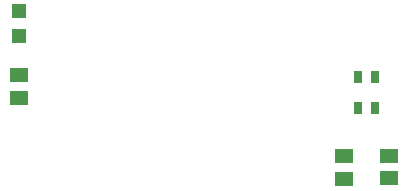
<source format=gbr>
G04 EAGLE Gerber RS-274X export*
G75*
%MOMM*%
%FSLAX34Y34*%
%LPD*%
%INSolderpaste Top*%
%IPPOS*%
%AMOC8*
5,1,8,0,0,1.08239X$1,22.5*%
G01*
%ADD10R,0.700000X1.000000*%
%ADD11R,1.500000X1.300000*%
%ADD12R,1.200000X1.200000*%


D10*
X1064140Y559100D03*
X1049140Y559100D03*
X1049140Y533100D03*
X1064140Y533100D03*
D11*
X1037590Y492100D03*
X1037590Y473100D03*
X1075690Y492608D03*
X1075690Y473608D03*
X762000Y560680D03*
X762000Y541680D03*
D12*
X762000Y615020D03*
X762000Y594020D03*
M02*

</source>
